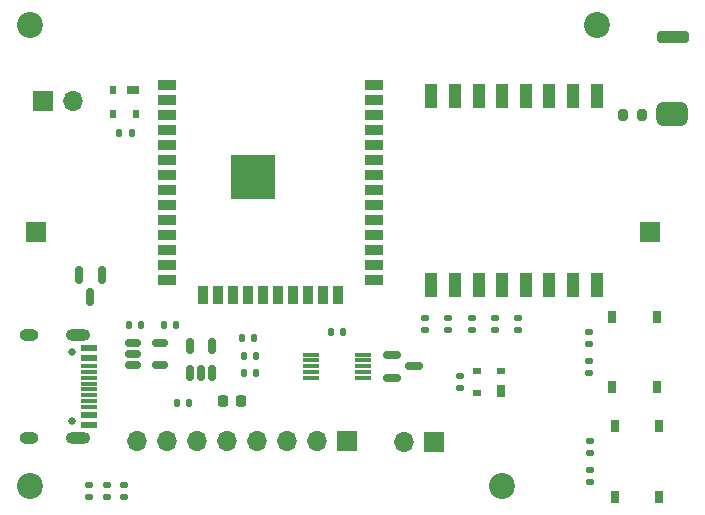
<source format=gts>
G04 #@! TF.GenerationSoftware,KiCad,Pcbnew,(7.0.0-0)*
G04 #@! TF.CreationDate,2023-03-01T12:49:35+00:00*
G04 #@! TF.ProjectId,winch-link,77696e63-682d-46c6-996e-6b2e6b696361,rev?*
G04 #@! TF.SameCoordinates,Original*
G04 #@! TF.FileFunction,Soldermask,Top*
G04 #@! TF.FilePolarity,Negative*
%FSLAX46Y46*%
G04 Gerber Fmt 4.6, Leading zero omitted, Abs format (unit mm)*
G04 Created by KiCad (PCBNEW (7.0.0-0)) date 2023-03-01 12:49:35*
%MOMM*%
%LPD*%
G01*
G04 APERTURE LIST*
G04 Aperture macros list*
%AMRoundRect*
0 Rectangle with rounded corners*
0 $1 Rounding radius*
0 $2 $3 $4 $5 $6 $7 $8 $9 X,Y pos of 4 corners*
0 Add a 4 corners polygon primitive as box body*
4,1,4,$2,$3,$4,$5,$6,$7,$8,$9,$2,$3,0*
0 Add four circle primitives for the rounded corners*
1,1,$1+$1,$2,$3*
1,1,$1+$1,$4,$5*
1,1,$1+$1,$6,$7*
1,1,$1+$1,$8,$9*
0 Add four rect primitives between the rounded corners*
20,1,$1+$1,$2,$3,$4,$5,0*
20,1,$1+$1,$4,$5,$6,$7,0*
20,1,$1+$1,$6,$7,$8,$9,0*
20,1,$1+$1,$8,$9,$2,$3,0*%
G04 Aperture macros list end*
%ADD10R,1.000000X2.000000*%
%ADD11R,1.400000X0.300000*%
%ADD12RoundRect,0.135000X-0.185000X0.135000X-0.185000X-0.135000X0.185000X-0.135000X0.185000X0.135000X0*%
%ADD13RoundRect,0.135000X0.185000X-0.135000X0.185000X0.135000X-0.185000X0.135000X-0.185000X-0.135000X0*%
%ADD14RoundRect,0.248355X-1.108073X-0.248355X1.108073X-0.248355X1.108073X0.248355X-1.108073X0.248355X0*%
%ADD15RoundRect,0.500000X-0.821500X-0.500000X0.821500X-0.500000X0.821500X0.500000X-0.821500X0.500000X0*%
%ADD16RoundRect,0.135000X0.135000X0.185000X-0.135000X0.185000X-0.135000X-0.185000X0.135000X-0.185000X0*%
%ADD17R,0.750000X1.000000*%
%ADD18R,0.700000X1.000000*%
%ADD19R,0.700000X0.600000*%
%ADD20R,1.700000X1.700000*%
%ADD21C,2.200000*%
%ADD22RoundRect,0.218750X-0.218750X-0.256250X0.218750X-0.256250X0.218750X0.256250X-0.218750X0.256250X0*%
%ADD23RoundRect,0.135000X-0.135000X-0.185000X0.135000X-0.185000X0.135000X0.185000X-0.135000X0.185000X0*%
%ADD24O,1.700000X1.700000*%
%ADD25R,1.500000X0.900000*%
%ADD26R,0.900000X1.500000*%
%ADD27C,0.800000*%
%ADD28R,3.800000X3.800000*%
%ADD29RoundRect,0.200000X-0.200000X-0.275000X0.200000X-0.275000X0.200000X0.275000X-0.200000X0.275000X0*%
%ADD30RoundRect,0.150000X0.150000X-0.512500X0.150000X0.512500X-0.150000X0.512500X-0.150000X-0.512500X0*%
%ADD31RoundRect,0.150000X-0.512500X-0.150000X0.512500X-0.150000X0.512500X0.150000X-0.512500X0.150000X0*%
%ADD32RoundRect,0.150000X-0.150000X0.587500X-0.150000X-0.587500X0.150000X-0.587500X0.150000X0.587500X0*%
%ADD33R,1.000000X0.700000*%
%ADD34R,0.600000X0.700000*%
%ADD35C,0.650000*%
%ADD36R,1.450000X0.600000*%
%ADD37R,1.450000X0.300000*%
%ADD38O,2.100000X1.000000*%
%ADD39O,1.600000X1.000000*%
%ADD40RoundRect,0.150000X-0.587500X-0.150000X0.587500X-0.150000X0.587500X0.150000X-0.587500X0.150000X0*%
G04 APERTURE END LIST*
D10*
X144378679Y-107428576D03*
X146378679Y-107428576D03*
X148378679Y-107428576D03*
X150378679Y-107428576D03*
X152378679Y-107428576D03*
X154378679Y-107428576D03*
X156378679Y-107428576D03*
X158378679Y-107428576D03*
X158378679Y-91428576D03*
X156378679Y-91428576D03*
X154378679Y-91428576D03*
X152378679Y-91428576D03*
X150378679Y-91428576D03*
X148378679Y-91428576D03*
X146378679Y-91428576D03*
X144378679Y-91428576D03*
D11*
X134184278Y-113281035D03*
X134184278Y-113781035D03*
X134184278Y-114281035D03*
X134184278Y-114781035D03*
X134184278Y-115281035D03*
X138584278Y-115281035D03*
X138584278Y-114781035D03*
X138584278Y-114281035D03*
X138584278Y-113781035D03*
X138584278Y-113281035D03*
D12*
X151738967Y-110155922D03*
X151738967Y-111175922D03*
D13*
X147804194Y-111175922D03*
X147804194Y-110155922D03*
X157814302Y-124105439D03*
X157814302Y-123085439D03*
X157814302Y-121605439D03*
X157814302Y-120585439D03*
D14*
X164817293Y-86427869D03*
D15*
X164752965Y-92925699D03*
D13*
X157700803Y-112354517D03*
X157700803Y-111334517D03*
D16*
X136888680Y-111378680D03*
X135868680Y-111378680D03*
D17*
X163459571Y-110065862D03*
X163459571Y-116065862D03*
X159709571Y-110065862D03*
X159709571Y-116065862D03*
D18*
X150281054Y-116358981D03*
D19*
X150281054Y-114658981D03*
X148281054Y-114658981D03*
X148281054Y-116558981D03*
D17*
X163673828Y-119326762D03*
X163673828Y-125326762D03*
X159923828Y-119326762D03*
X159923828Y-125326762D03*
D20*
X162878679Y-102878679D03*
D21*
X158378680Y-85378680D03*
D13*
X143804194Y-111175922D03*
X143804194Y-110155922D03*
D12*
X116878680Y-124355121D03*
X116878680Y-125375121D03*
D22*
X126712500Y-117250000D03*
X128287500Y-117250000D03*
D23*
X121740000Y-110750000D03*
X122760000Y-110750000D03*
D20*
X110878679Y-102878679D03*
D16*
X123878680Y-117378680D03*
X122858680Y-117378680D03*
D20*
X144590710Y-120716920D03*
D24*
X142050710Y-120716920D03*
D21*
X110378680Y-85378680D03*
D25*
X121999999Y-90489999D03*
X121999999Y-91759999D03*
X121999999Y-93029999D03*
X121999999Y-94299999D03*
X121999999Y-95569999D03*
X121999999Y-96839999D03*
X121999999Y-98109999D03*
X121999999Y-99379999D03*
X121999999Y-100649999D03*
X121999999Y-101919999D03*
X121999999Y-103189999D03*
X121999999Y-104459999D03*
X121999999Y-105729999D03*
X121999999Y-106999999D03*
D26*
X125039999Y-108249999D03*
X126309999Y-108249999D03*
X127579999Y-108249999D03*
X128849999Y-108249999D03*
X130119999Y-108249999D03*
X131389999Y-108249999D03*
X132659999Y-108249999D03*
X133929999Y-108249999D03*
X135199999Y-108249999D03*
X136469999Y-108249999D03*
D25*
X139499999Y-106999999D03*
X139499999Y-105729999D03*
X139499999Y-104459999D03*
X139499999Y-103189999D03*
X139499999Y-101919999D03*
X139499999Y-100649999D03*
X139499999Y-99379999D03*
X139499999Y-98109999D03*
X139499999Y-96839999D03*
X139499999Y-95569999D03*
X139499999Y-94299999D03*
X139499999Y-93029999D03*
X139499999Y-91759999D03*
X139499999Y-90489999D03*
D27*
X128032116Y-99490863D03*
X128070405Y-96886446D03*
X129250000Y-98210000D03*
D28*
X129249999Y-98209999D03*
D27*
X130471675Y-99478157D03*
X130497087Y-96911539D03*
D16*
X129493209Y-114831082D03*
X128473209Y-114831082D03*
D13*
X149804194Y-111175922D03*
X149804194Y-110155922D03*
D23*
X128473209Y-113378680D03*
X129493209Y-113378680D03*
X118740000Y-110750000D03*
X119760000Y-110750000D03*
D13*
X157700803Y-114854517D03*
X157700803Y-113834517D03*
D16*
X129398680Y-111878680D03*
X128378680Y-111878680D03*
D21*
X110378680Y-124378680D03*
D29*
X160600000Y-93000000D03*
X162250000Y-93000000D03*
D30*
X123930556Y-114816642D03*
X124880556Y-114816642D03*
X125830556Y-114816642D03*
X125830556Y-112541642D03*
X123930556Y-112541642D03*
D23*
X117971849Y-94510000D03*
X118991849Y-94510000D03*
D13*
X145804194Y-111175922D03*
X145804194Y-110155922D03*
D21*
X150378680Y-124378680D03*
D20*
X111514284Y-91853679D03*
D24*
X114054284Y-91853679D03*
D31*
X119112500Y-112300000D03*
X119112500Y-113250000D03*
X119112500Y-114200000D03*
X121387500Y-114200000D03*
X121387500Y-112300000D03*
D13*
X118378680Y-125378680D03*
X118378680Y-124358680D03*
D32*
X116450000Y-106562500D03*
X114550000Y-106562500D03*
X115500000Y-108437500D03*
D33*
X119128679Y-90878679D03*
D34*
X117428679Y-90878679D03*
X117428679Y-92878679D03*
X119328679Y-92878679D03*
D35*
X113933680Y-113095517D03*
X113933680Y-118875517D03*
D36*
X115378679Y-112735516D03*
X115378679Y-113535516D03*
D37*
X115378679Y-114735516D03*
X115378679Y-115735516D03*
X115378679Y-116235516D03*
X115378679Y-117235516D03*
D36*
X115378679Y-118435516D03*
X115378679Y-119235516D03*
X115378679Y-119235516D03*
X115378679Y-118435516D03*
D37*
X115378679Y-117735516D03*
X115378679Y-116735516D03*
X115378679Y-115235516D03*
X115378679Y-114235516D03*
D36*
X115378679Y-113535516D03*
X115378679Y-112735516D03*
D38*
X114463679Y-111665516D03*
D39*
X110283679Y-111665516D03*
D38*
X114463679Y-120305516D03*
D39*
X110283679Y-120305516D03*
D20*
X137253679Y-120636052D03*
D24*
X134713679Y-120636052D03*
X132173679Y-120636052D03*
X129633679Y-120636052D03*
X127093679Y-120636052D03*
X124553679Y-120636052D03*
X122013679Y-120636052D03*
X119473679Y-120636052D03*
D12*
X115378680Y-124339013D03*
X115378680Y-125359013D03*
D40*
X141009279Y-113331036D03*
X141009279Y-115231036D03*
X142884279Y-114281036D03*
D12*
X146781055Y-115088982D03*
X146781055Y-116108982D03*
M02*

</source>
